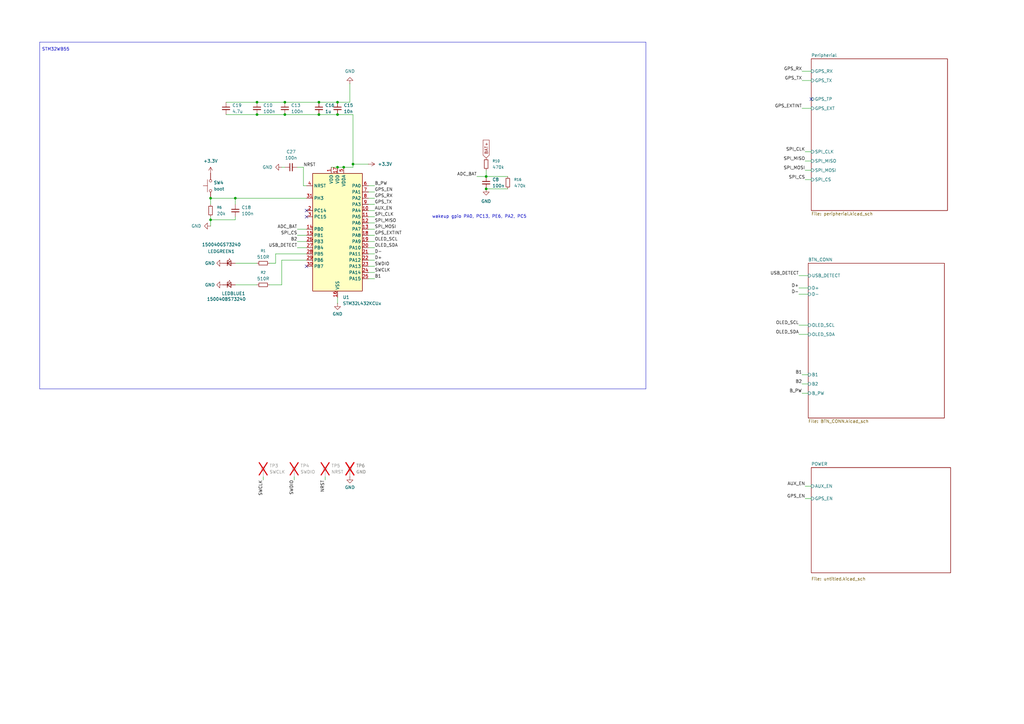
<source format=kicad_sch>
(kicad_sch (version 20250114) (generator "eeschema") (generator_version "9.0")
  (paper "A3")
  (lib_symbols
    (symbol "Connector:TestPoint" (pin_numbers (hide yes)) (pin_names (offset 0.762) (hide yes))
      (property "Reference" "TP" (at 0 6.858 0))
      (property "Value" "TestPoint" (at 0 5.08 0))
      (symbol "TestPoint_0_1"
        (circle (center 0 3.302) (radius 0.762))
      )
      (symbol "TestPoint_1_1"
        (pin passive line (at 0 0 90) (length 2.54) (name "1") (number "1"))
      )
    )
    (symbol "Device:C_Small" (pin_numbers (hide yes)) (pin_names (offset 0.254) (hide yes))
      (property "Reference" "C" (at 0.254 1.778 0))
      (property "Value" "C_Small" (at 0.254 -2.032 0))
      (symbol "C_Small_0_1"
        (polyline (pts (xy -1.524 0.508) (xy 1.524 0.508)) (stroke (width 0.3048)))
        (polyline (pts (xy -1.524 -0.508) (xy 1.524 -0.508)) (stroke (width 0.3302)))
      )
      (symbol "C_Small_1_1"
        (pin passive line (at 0 2.54 270) (length 2.032) (name "~") (number "1"))
        (pin passive line (at 0 -2.54 90) (length 2.032) (name "~") (number "2"))
      )
    )
    (symbol "Device:LED_Small" (pin_numbers (hide yes)) (pin_names (offset 0.254) (hide yes))
      (property "Reference" "D" (at -1.27 3.175 0))
      (property "Value" "LED_Small" (at -4.445 -2.54 0))
      (symbol "LED_Small_0_1"
        (polyline (pts (xy -0.762 -1.016) (xy -0.762 1.016)) (stroke (width 0.254)))
        (polyline (pts (xy 0 0.762) (xy -0.508 1.27) (xy -0.254 1.27) (xy -0.508 1.27) (xy -0.508 1.016)))
        (polyline (pts (xy 0.508 1.27) (xy 0 1.778) (xy 0.254 1.778) (xy 0 1.778) (xy 0 1.524)))
        (polyline (pts (xy 0.762 -1.016) (xy -0.762 0) (xy 0.762 1.016) (xy 0.762 -1.016)) (stroke (width 0.254)))
        (polyline (pts (xy 1.016 0) (xy -0.762 0)))
      )
      (symbol "LED_Small_1_1"
        (pin passive line (at -2.54 0 0) (length 1.778) (name "K") (number "1"))
        (pin passive line (at 2.54 0 180) (length 1.778) (name "A") (number "2"))
      )
    )
    (symbol "LED_Small_1" (pin_numbers (hide yes)) (pin_names (offset 0.254) (hide yes))
      (property "Reference" "D" (at -1.27 3.175 0))
      (property "Value" "LED_Small" (at -4.445 -2.54 0))
      (symbol "LED_Small_1_0_1"
        (polyline (pts (xy -0.762 -1.016) (xy -0.762 1.016)) (stroke (width 0.254)))
        (polyline (pts (xy 0 0.762) (xy -0.508 1.27) (xy -0.254 1.27) (xy -0.508 1.27) (xy -0.508 1.016)))
        (polyline (pts (xy 0.508 1.27) (xy 0 1.778) (xy 0.254 1.778) (xy 0 1.778) (xy 0 1.524)))
        (polyline (pts (xy 0.762 -1.016) (xy -0.762 0) (xy 0.762 1.016) (xy 0.762 -1.016)) (stroke (width 0.254)))
        (polyline (pts (xy 1.016 0) (xy -0.762 0)))
      )
      (symbol "LED_Small_1_1_1"
        (pin passive line (at -2.54 0 0) (length 1.778) (name "K") (number "1"))
        (pin passive line (at 2.54 0 180) (length 1.778) (name "A") (number "2"))
      )
    )
    (symbol "MCU_ST_STM32L4:STM32L432KCUx"
      (property "Reference" "U" (at -10.16 26.67 0))
      (property "Value" "STM32L432KCUx" (at 5.08 26.67 0))
      (symbol "STM32L432KCUx_0_1"
        (rectangle (start -10.16 -22.86) (end 10.16 25.4) (stroke (width 0.254)) (fill (type background)))
      )
      (symbol "STM32L432KCUx_1_1"
        (pin input line (at -12.7 20.32 0) (length 2.54) (name "NRST") (number "4"))
        (pin bidirectional line (at -12.7 15.24 0) (length 2.54) (name "PH3") (number "31"))
        (pin bidirectional line (at -12.7 10.16 0) (length 2.54) (name "PC14") (number "2"))
        (pin bidirectional line (at -12.7 7.62 0) (length 2.54) (name "PC15") (number "3"))
        (pin bidirectional line (at -12.7 2.54 0) (length 2.54) (name "PB0") (number "14"))
        (pin bidirectional line (at -12.7 0 0) (length 2.54) (name "PB1") (number "15"))
        (pin bidirectional line (at -12.7 -2.54 0) (length 2.54) (name "PB3") (number "26"))
        (pin bidirectional line (at -12.7 -5.08 0) (length 2.54) (name "PB4") (number "27"))
        (pin bidirectional line (at -12.7 -7.62 0) (length 2.54) (name "PB5") (number "28"))
        (pin bidirectional line (at -12.7 -10.16 0) (length 2.54) (name "PB6") (number "29"))
        (pin bidirectional line (at -12.7 -12.7 0) (length 2.54) (name "PB7") (number "30"))
        (pin power_in line (at -2.54 27.94 270) (length 2.54) (name "VDD") (number "1"))
        (pin power_in line (at 0 27.94 270) (length 2.54) (name "VDD") (number "17"))
        (pin power_in line (at 0 -25.4 90) (length 2.54) (name "VSS") (number "16"))
        (pin passive line (at 0 -25.4 90) (length 2.54) (hide yes) (name "VSS") (number "32"))
        (pin passive line (at 0 -25.4 90) (length 2.54) (hide yes) (name "VSS") (number "33"))
        (pin power_in line (at 2.54 27.94 270) (length 2.54) (name "VDDA") (number "5"))
        (pin bidirectional line (at 12.7 20.32 180) (length 2.54) (name "PA0") (number "6"))
        (pin bidirectional line (at 12.7 17.78 180) (length 2.54) (name "PA1") (number "7"))
        (pin bidirectional line (at 12.7 15.24 180) (length 2.54) (name "PA2") (number "8"))
        (pin bidirectional line (at 12.7 12.7 180) (length 2.54) (name "PA3") (number "9"))
        (pin bidirectional line (at 12.7 10.16 180) (length 2.54) (name "PA4") (number "10"))
        (pin bidirectional line (at 12.7 7.62 180) (length 2.54) (name "PA5") (number "11"))
        (pin bidirectional line (at 12.7 5.08 180) (length 2.54) (name "PA6") (number "12"))
        (pin bidirectional line (at 12.7 2.54 180) (length 2.54) (name "PA7") (number "13"))
        (pin bidirectional line (at 12.7 0 180) (length 2.54) (name "PA8") (number "18"))
        (pin bidirectional line (at 12.7 -2.54 180) (length 2.54) (name "PA9") (number "19"))
        (pin bidirectional line (at 12.7 -5.08 180) (length 2.54) (name "PA10") (number "20"))
        (pin bidirectional line (at 12.7 -7.62 180) (length 2.54) (name "PA11") (number "21"))
        (pin bidirectional line (at 12.7 -10.16 180) (length 2.54) (name "PA12") (number "22"))
        (pin bidirectional line (at 12.7 -12.7 180) (length 2.54) (name "PA13") (number "23"))
        (pin bidirectional line (at 12.7 -15.24 180) (length 2.54) (name "PA14") (number "24"))
        (pin bidirectional line (at 12.7 -17.78 180) (length 2.54) (name "PA15") (number "25"))
      )
    )
    (symbol "R_Small_1" (pin_numbers (hide yes)) (pin_names (offset 0.254) (hide yes))
      (property "Reference" "R" (at 0 0 90))
      (property "Value" "R_Small" (at 1.778 0 90))
      (symbol "R_Small_1_0_1"
        (rectangle (start -0.762 1.778) (end 0.762 -1.778) (stroke (width 0.2032)))
      )
      (symbol "R_Small_1_1_1"
        (pin passive line (at 0 2.54 270) (length 0.762) (name "~") (number "1"))
        (pin passive line (at 0 -2.54 90) (length 0.762) (name "~") (number "2"))
      )
    )
    (symbol "Switch:SW_Push" (pin_numbers (hide yes)) (pin_names (offset 1.016) (hide yes))
      (property "Reference" "SW" (at 1.27 2.54 0))
      (property "Value" "SW_Push" (at 0 -1.524 0))
      (symbol "SW_Push_0_1"
        (circle (center -2.032 0) (radius 0.508))
        (polyline (pts (xy 0 1.27) (xy 0 3.048)))
        (circle (center 2.032 0) (radius 0.508))
        (polyline (pts (xy 2.54 1.27) (xy -2.54 1.27)))
        (pin passive line (at -5.08 0 0) (length 2.54) (name "1") (number "1"))
        (pin passive line (at 5.08 0 180) (length 2.54) (name "2") (number "2"))
      )
    )
    (symbol "power:+3.3V" (power) (pin_numbers (hide yes)) (pin_names (offset 0) (hide yes))
      (property "Value" "+3.3V" (at 0 3.556 0))
      (symbol "+3.3V_0_1"
        (polyline (pts (xy -0.762 1.27) (xy 0 2.54)))
        (polyline (pts (xy 0 2.54) (xy 0.762 1.27)))
        (polyline (pts (xy 0 0) (xy 0 2.54)))
      )
      (symbol "+3.3V_1_1"
        (pin power_in line (at 0 0 90) (length 0) (name "~") (number "1"))
      )
    )
    (symbol "power:GND" (power) (pin_numbers (hide yes)) (pin_names (offset 0) (hide yes))
      (property "Value" "GND" (at 0 -3.81 0))
      (symbol "GND_0_1"
        (polyline (pts (xy 0 0) (xy 0 -1.27) (xy 1.27 -1.27) (xy 0 -2.54) (xy -1.27 -1.27) (xy 0 -1.27)))
      )
      (symbol "GND_1_1"
        (pin power_in line (at 0 0 270) (length 0) (name "~") (number "1"))
      )
    )
  )
  (rectangle (start 16.256 17.272) (end 264.922 159.512))
  (text "STM32WB55" (at 22.86 20.32 0) (effects (font (size 1.27 1.27))))
  (text "wakeup gpio PA0, PC13, PE6, PA2, PC5" (at 196.596 88.9 0) (effects (font (size 1.27 1.27))))
  (junction (at 116.84 46.99))
  (junction (at 86.36 90.17))
  (junction (at 86.36 81.28))
  (junction (at 199.39 72.39))
  (junction (at 138.43 68.58))
  (junction (at 105.41 41.91))
  (junction (at 138.43 41.91))
  (junction (at 199.39 77.47))
  (junction (at 140.97 68.58))
  (junction (at 144.78 67.31))
  (junction (at 130.81 46.99))
  (junction (at 116.84 41.91))
  (junction (at 105.41 46.99))
  (junction (at 96.52 81.28))
  (junction (at 130.81 41.91))
  (junction (at 138.43 46.99))
  (no_connect (at 332.74 40.64))
  (no_connect (at 125.73 109.22))
  (no_connect (at 125.73 88.9))
  (no_connect (at 125.73 86.36))
  (wire (pts (xy 328.93 44.45) (xy 332.74 44.45)))
  (wire (pts (xy 199.39 69.85) (xy 199.39 72.39)))
  (wire (pts (xy 153.67 101.6) (xy 151.13 101.6)))
  (wire (pts (xy 125.73 76.2) (xy 124.46 76.2)))
  (wire (pts (xy 130.81 41.91) (xy 138.43 41.91)))
  (wire (pts (xy 153.67 93.98) (xy 151.13 93.98)))
  (wire (pts (xy 330.2 69.85) (xy 332.74 69.85)))
  (wire (pts (xy 86.36 90.17) (xy 86.36 92.71)))
  (wire (pts (xy 327.66 120.65) (xy 331.47 120.65)))
  (wire (pts (xy 327.66 137.16) (xy 331.47 137.16)))
  (wire (pts (xy 144.78 46.99) (xy 144.78 67.31)))
  (wire (pts (xy 138.43 41.91) (xy 143.51 41.91)))
  (wire (pts (xy 153.67 81.28) (xy 151.13 81.28)))
  (wire (pts (xy 328.93 157.48) (xy 331.47 157.48)))
  (wire (pts (xy 125.73 106.68) (xy 115.57 106.68)))
  (wire (pts (xy 121.92 101.6) (xy 125.73 101.6)))
  (wire (pts (xy 328.93 29.21) (xy 332.74 29.21)))
  (wire (pts (xy 140.97 68.58) (xy 144.78 68.58)))
  (wire (pts (xy 153.67 96.52) (xy 151.13 96.52)))
  (wire (pts (xy 121.92 68.58) (xy 124.46 68.58)))
  (wire (pts (xy 121.92 99.06) (xy 125.73 99.06)))
  (wire (pts (xy 327.66 133.35) (xy 331.47 133.35)))
  (wire (pts (xy 96.52 81.28) (xy 96.52 83.82)))
  (wire (pts (xy 105.41 41.91) (xy 116.84 41.91)))
  (wire (pts (xy 96.52 88.9) (xy 96.52 90.17)))
  (wire (pts (xy 130.81 46.99) (xy 138.43 46.99)))
  (wire (pts (xy 96.52 90.17) (xy 86.36 90.17)))
  (wire (pts (xy 110.49 107.95) (xy 113.03 107.95)))
  (wire (pts (xy 153.67 111.76) (xy 151.13 111.76)))
  (wire (pts (xy 153.67 99.06) (xy 151.13 99.06)))
  (wire (pts (xy 115.57 106.68) (xy 115.57 116.84)))
  (wire (pts (xy 153.67 104.14) (xy 151.13 104.14)))
  (wire (pts (xy 115.57 68.58) (xy 116.84 68.58)))
  (wire (pts (xy 208.28 72.39) (xy 199.39 72.39)))
  (wire (pts (xy 86.36 88.9) (xy 86.36 90.17)))
  (wire (pts (xy 113.03 107.95) (xy 113.03 104.14)))
  (wire (pts (xy 153.67 114.3) (xy 151.13 114.3)))
  (wire (pts (xy 208.28 77.47) (xy 199.39 77.47)))
  (wire (pts (xy 138.43 124.46) (xy 138.43 121.92)))
  (wire (pts (xy 153.67 88.9) (xy 151.13 88.9)))
  (wire (pts (xy 124.46 68.58) (xy 124.46 76.2)))
  (wire (pts (xy 86.36 83.82) (xy 86.36 81.28)))
  (wire (pts (xy 144.78 67.31) (xy 144.78 68.58)))
  (wire (pts (xy 116.84 41.91) (xy 130.81 41.91)))
  (wire (pts (xy 153.67 76.2) (xy 151.13 76.2)))
  (wire (pts (xy 105.41 46.99) (xy 116.84 46.99)))
  (wire (pts (xy 105.41 107.95) (xy 96.52 107.95)))
  (wire (pts (xy 153.67 91.44) (xy 151.13 91.44)))
  (wire (pts (xy 330.2 204.47) (xy 332.74 204.47)))
  (wire (pts (xy 135.89 68.58) (xy 138.43 68.58)))
  (wire (pts (xy 328.93 153.67) (xy 331.47 153.67)))
  (wire (pts (xy 120.65 196.85) (xy 120.65 195.58)))
  (wire (pts (xy 86.36 81.28) (xy 96.52 81.28)))
  (wire (pts (xy 92.71 41.91) (xy 105.41 41.91)))
  (wire (pts (xy 327.66 113.03) (xy 331.47 113.03)))
  (wire (pts (xy 195.58 72.39) (xy 199.39 72.39)))
  (wire (pts (xy 116.84 46.99) (xy 130.81 46.99)))
  (wire (pts (xy 121.92 96.52) (xy 125.73 96.52)))
  (wire (pts (xy 330.2 62.23) (xy 332.74 62.23)))
  (wire (pts (xy 138.43 68.58) (xy 140.97 68.58)))
  (wire (pts (xy 113.03 104.14) (xy 125.73 104.14)))
  (wire (pts (xy 105.41 116.84) (xy 96.52 116.84)))
  (wire (pts (xy 153.67 78.74) (xy 151.13 78.74)))
  (wire (pts (xy 151.13 67.31) (xy 144.78 67.31)))
  (wire (pts (xy 330.2 66.04) (xy 332.74 66.04)))
  (wire (pts (xy 92.71 46.99) (xy 105.41 46.99)))
  (wire (pts (xy 153.67 83.82) (xy 151.13 83.82)))
  (wire (pts (xy 133.35 196.85) (xy 133.35 195.58)))
  (wire (pts (xy 107.95 196.85) (xy 107.95 195.58)))
  (wire (pts (xy 328.93 161.29) (xy 331.47 161.29)))
  (wire (pts (xy 153.67 109.22) (xy 151.13 109.22)))
  (wire (pts (xy 330.2 199.39) (xy 332.74 199.39)))
  (wire (pts (xy 153.67 86.36) (xy 151.13 86.36)))
  (wire (pts (xy 115.57 116.84) (xy 110.49 116.84)))
  (wire (pts (xy 96.52 81.28) (xy 125.73 81.28)))
  (wire (pts (xy 143.51 34.29) (xy 143.51 41.91)))
  (wire (pts (xy 330.2 73.66) (xy 332.74 73.66)))
  (wire (pts (xy 328.93 33.02) (xy 332.74 33.02)))
  (wire (pts (xy 138.43 46.99) (xy 144.78 46.99)))
  (wire (pts (xy 327.66 118.11) (xy 331.47 118.11)))
  (wire (pts (xy 121.92 93.98) (xy 125.73 93.98)))
  (wire (pts (xy 153.67 106.68) (xy 151.13 106.68)))
  (label "D-" (at 153.67 104.14 0))
  (label "SPI_MISO" (at 330.2 66.04 180))
  (label "B1" (at 153.67 114.3 0))
  (label "USB_DETECT" (at 327.66 113.03 180))
  (label "ADC_BAT" (at 121.92 93.98 180))
  (label "SPI_CLK" (at 153.67 88.9 0))
  (label "NRST" (at 124.46 68.58 0))
  (label "GPS_RX" (at 328.93 29.21 180))
  (label "B2" (at 121.92 99.06 180))
  (label "GPS_TX" (at 328.93 33.02 180))
  (label "SWCLK" (at 107.95 196.85 270))
  (label "GPS_EN" (at 330.2 204.47 180))
  (label "D+" (at 327.66 118.11 180))
  (label "B2" (at 328.93 157.48 180))
  (label "OLED_SCL" (at 153.67 99.06 0))
  (label "AUX_EN" (at 153.67 86.36 0))
  (label "OLED_SDA" (at 327.66 137.16 180))
  (label "SWCLK" (at 153.67 111.76 0))
  (label "AUX_EN" (at 330.2 199.39 180))
  (label "SPI_MOSI" (at 330.2 69.85 180))
  (label "USB_DETECT" (at 121.92 101.6 180))
  (label "GPS_EXTINT" (at 328.93 44.45 180))
  (label "GPS_EN" (at 153.67 78.74 0))
  (label "SPI_CS" (at 121.92 96.52 180))
  (label "D-" (at 327.66 120.65 180))
  (label "B1" (at 328.93 153.67 180))
  (label "OLED_SDA" (at 153.67 101.6 0))
  (label "SWDIO" (at 120.65 196.85 270))
  (label "SPI_CLK" (at 330.2 62.23 180))
  (label "B_PW" (at 153.67 76.2 0))
  (label "NRST" (at 133.35 196.85 270))
  (label "SPI_MOSI" (at 153.67 93.98 0))
  (label "GPS_EXTINT" (at 153.67 96.52 0))
  (label "GPS_RX" (at 153.67 81.28 0))
  (label "SWDIO" (at 153.67 109.22 0))
  (label "SPI_MISO" (at 153.67 91.44 0))
  (label "ADC_BAT" (at 195.58 72.39 180))
  (label "SPI_CS" (at 330.2 73.66 180))
  (label "D+" (at 153.67 106.68 0))
  (label "GPS_TX" (at 153.67 83.82 0))
  (label "B_PW" (at 328.93 161.29 180))
  (label "OLED_SCL" (at 327.66 133.35 180))
  (global_label "BAT+" (shape input) (at 199.39 64.77 90) (property "Intersheetrefs" "${INTERSHEET_REFS}" (effects (hide yes))))
  (symbol (lib_id "power:GND") (at 115.57 68.58 270) (unit 1)
    (property "Reference" "#PWR029" (effects (hide yes)))
    (property "Value" "GND" (at 111.76 68.5799 90) (effects (justify right)))
    (property "Description" "Power symbol creates a global label with name \"GND\" , ground" (effects (hide yes)))
  )
  (symbol (lib_id "power:GND") (at 91.44 116.84 270) (mirror x) (unit 1)
    (property "Reference" "#PWR047" (effects (hide yes)))
    (property "Value" "GND" (at 88.138 116.8399 90) (effects (justify right)))
    (property "Description" "Power symbol creates a global label with name \"GND\" , ground" (effects (hide yes)))
  )
  (symbol (lib_id "Device:C_Small") (at 116.84 44.45 0) (unit 1)
    (property "Reference" "C13" (at 119.38 43.1862 0) (effects (justify left)))
    (property "Value" "100n" (at 119.38 45.7262 0) (effects (justify left)))
    (property "Footprint" "Capacitor_SMD:C_0201_0603Metric_Pad0.64x0.40mm_HandSolder" (effects (hide yes)))
    (property "Description" "Unpolarized capacitor, small symbol" (effects (hide yes)))
  )
  (symbol (lib_id "power:GND") (at 138.43 124.46 0) (unit 1)
    (property "Reference" "#PWR038" (effects (hide yes)))
    (property "Value" "GND" (at 138.43 128.778 0))
    (property "Description" "Power symbol creates a global label with name \"GND\" , ground" (effects (hide yes)))
  )
  (symbol (lib_id "power:GND") (at 199.39 77.47 0) (unit 1)
    (property "Reference" "#PWR032" (effects (hide yes)))
    (property "Value" "GND" (at 199.39 82.55 0))
    (property "Description" "Power symbol creates a global label with name \"GND\" , ground" (effects (hide yes)))
  )
  (symbol (lib_id "Device:C_Small") (at 119.38 68.58 90) (unit 1)
    (property "Reference" "C27" (at 119.3863 62.23 90))
    (property "Value" "100n" (at 119.3863 64.77 90))
    (property "Footprint" "Capacitor_SMD:C_0201_0603Metric_Pad0.64x0.40mm_HandSolder" (effects (hide yes)))
    (property "Description" "Unpolarized capacitor, small symbol" (effects (hide yes)))
  )
  (symbol (lib_id "MCU_ST_STM32L4:STM32L432KCUx") (at 138.43 96.52 0) (unit 1)
    (property "Reference" "U1" (at 140.5733 121.92 0) (effects (justify left)))
    (property "Value" "STM32L432KCUx" (at 140.5733 124.46 0) (effects (justify left)))
    (property "Footprint" "Package_DFN_QFN:QFN-32-1EP_5x5mm_P0.5mm_EP3.45x3.45mm" (effects (hide yes)))
    (property "Datasheet" "https://www.st.com/resource/en/datasheet/stm32l432kc.pdf" (effects (hide yes)))
    (property "Description" "STMicroelectronics Arm Cortex-M4 MCU, 256KB flash, 64KB RAM, 80 MHz, 1.71-3.6V, 26 GPIO, UFQFPN32" (effects (hide yes)))
    (property "Mouser Part Number" "511-STM32L432KCU6" (effects (hide yes)))
    (property "Mouser Price/Stock" "https://www.mouser.fr/ProductDetail/STMicroelectronics/STM32L432KCU6?qs=dTJS0cRn7oiybcTRwI97Tw%3D%3D" (effects (hide yes)))
  )
  (symbol (lib_name "R_Small_1") (lib_id "Device:R_Small") (at 208.28 74.93 180) (unit 1)
    (property "Reference" "R16" (at 210.82 73.6599 0) (effects (font (size 1.016 1.016)) (justify right)))
    (property "Value" "470k" (at 210.82 76.1999 0) (effects (justify right)))
    (property "Footprint" "Resistor_SMD:R_0201_0603Metric_Pad0.64x0.40mm_HandSolder" (effects (hide yes)))
    (property "Description" "Resistor, small symbol" (effects (hide yes)))
    (property "Mouser Part Number" "603-AC0201FR-07470KL" (effects (hide yes)))
    (property "Mouser Price/Stock" "https://www.mouser.fr/ProductDetail/YAGEO/AC0201FR-07470KL?qs=NgbZBzc1CyH0J6cte9SzFw%3D%3D" (effects (hide yes)))
  )
  (symbol (lib_name "R_Small_1") (lib_id "Device:R_Small") (at 107.95 116.84 270) (mirror x) (unit 1)
    (property "Reference" "R2" (at 107.95 111.76 90) (effects (font (size 1.016 1.016))))
    (property "Value" "510R" (at 107.95 114.3 90))
    (property "Footprint" "Resistor_SMD:R_0201_0603Metric_Pad0.64x0.40mm_HandSolder" (effects (hide yes)))
    (property "Description" "Resistor, small symbol" (effects (hide yes)))
    (property "Mouser Part Number" "603-RC0201JR-07510RL" (effects (hide yes)))
    (property "Mouser Price/Stock" "https://www.mouser.fr/ProductDetail/YAGEO/RC0201JR-07510RL?qs=Q4gDqC5t5%2FDAdrMT21SmCw%3D%3D" (effects (hide yes)))
  )
  (symbol (lib_id "Device:C_Small") (at 130.81 44.45 0) (unit 1)
    (property "Reference" "C16" (at 133.35 43.1862 0) (effects (justify left)))
    (property "Value" "1u" (at 133.35 45.7262 0) (effects (justify left)))
    (property "Footprint" "Capacitor_SMD:C_0402_1005Metric" (effects (hide yes)))
    (property "Description" "Unpolarized capacitor, small symbol" (effects (hide yes)))
  )
  (symbol (lib_name "R_Small_1") (lib_id "Device:R_Small") (at 199.39 67.31 0) (unit 1)
    (property "Reference" "R10" (at 201.93 66.0399 0) (effects (font (size 1.016 1.016)) (justify left)))
    (property "Value" "470k" (at 201.93 68.5799 0) (effects (justify left)))
    (property "Footprint" "Resistor_SMD:R_0201_0603Metric_Pad0.64x0.40mm_HandSolder" (effects (hide yes)))
    (property "Description" "Resistor, small symbol" (effects (hide yes)))
    (property "Mouser Part Number" "603-AC0201FR-07470KL" (effects (hide yes)))
    (property "Mouser Price/Stock" "https://www.mouser.fr/ProductDetail/YAGEO/AC0201FR-07470KL?qs=NgbZBzc1CyH0J6cte9SzFw%3D%3D" (effects (hide yes)))
  )
  (symbol (lib_name "R_Small_1") (lib_id "Device:R_Small") (at 107.95 107.95 270) (mirror x) (unit 1)
    (property "Reference" "R1" (at 107.95 102.87 90) (effects (font (size 1.016 1.016))))
    (property "Value" "510R" (at 107.95 105.41 90))
    (property "Footprint" "Resistor_SMD:R_0201_0603Metric_Pad0.64x0.40mm_HandSolder" (effects (hide yes)))
    (property "Description" "Resistor, small symbol" (effects (hide yes)))
    (property "Mouser Part Number" "603-RC0201JR-07510RL" (effects (hide yes)))
    (property "Mouser Price/Stock" "https://www.mouser.fr/ProductDetail/YAGEO/RC0201JR-07510RL?qs=Q4gDqC5t5%2FDAdrMT21SmCw%3D%3D" (effects (hide yes)))
  )
  (symbol (lib_id "Connector:TestPoint") (at 143.51 195.58 0) (unit 1) (dnp yes)
    (property "Reference" "TP6" (at 146.05 191.0079 0) (effects (justify left)))
    (property "Value" "GND" (at 146.05 193.5479 0) (effects (justify left)))
    (property "Footprint" "samacsys:pad_0.7mm" (effects (hide yes)))
    (property "Description" "test point" (effects (hide yes)))
  )
  (symbol (lib_id "Device:C_Small") (at 199.39 74.93 0) (unit 1)
    (property "Reference" "C8" (at 201.93 73.6662 0) (effects (justify left)))
    (property "Value" "100n" (at 201.93 76.2062 0) (effects (justify left)))
    (property "Footprint" "Capacitor_SMD:C_0201_0603Metric_Pad0.64x0.40mm_HandSolder" (effects (hide yes)))
    (property "Description" "Unpolarized capacitor, small symbol" (effects (hide yes)))
  )
  (symbol (lib_id "Device:C_Small") (at 105.41 44.45 0) (unit 1)
    (property "Reference" "C10" (at 107.95 43.1862 0) (effects (justify left)))
    (property "Value" "100n" (at 107.95 45.7262 0) (effects (justify left)))
    (property "Footprint" "Capacitor_SMD:C_0201_0603Metric_Pad0.64x0.40mm_HandSolder" (effects (hide yes)))
    (property "Description" "Unpolarized capacitor, small symbol" (effects (hide yes)))
  )
  (symbol (lib_id "power:GND") (at 143.51 34.29 180) (unit 1)
    (property "Reference" "#PWR027" (effects (hide yes)))
    (property "Value" "GND" (at 143.51 29.21 0))
    (property "Description" "Power symbol creates a global label with name \"GND\" , ground" (effects (hide yes)))
  )
  (symbol (lib_id "power:+3.3V") (at 86.36 71.12 0) (unit 1)
    (property "Reference" "#PWR031" (effects (hide yes)))
    (property "Value" "+3.3V" (at 86.36 66.04 0))
    (property "Description" "Power symbol creates a global label with name \"+3.3V\"" (effects (hide yes)))
  )
  (symbol (lib_id "power:GND") (at 143.51 195.58 0) (unit 1)
    (property "Reference" "#PWR035" (effects (hide yes)))
    (property "Value" "GND" (at 143.51 199.898 0))
    (property "Description" "Power symbol creates a global label with name \"GND\" , ground" (effects (hide yes)))
  )
  (symbol (lib_id "Connector:TestPoint") (at 133.35 195.58 0) (unit 1) (dnp yes)
    (property "Reference" "TP5" (at 135.89 191.0079 0) (effects (justify left)))
    (property "Value" "NRST" (at 135.89 193.5479 0) (effects (justify left)))
    (property "Footprint" "samacsys:pad_0.7mm" (effects (hide yes)))
    (property "Description" "test point" (effects (hide yes)))
  )
  (symbol (lib_id "Connector:TestPoint") (at 120.65 195.58 0) (unit 1) (dnp yes)
    (property "Reference" "TP4" (at 123.19 191.0079 0) (effects (justify left)))
    (property "Value" "SWDIO" (at 123.19 193.5479 0) (effects (justify left)))
    (property "Footprint" "samacsys:pad_0.7mm" (effects (hide yes)))
    (property "Description" "test point" (effects (hide yes)))
  )
  (symbol (lib_id "power:GND") (at 86.36 92.71 270) (unit 1)
    (property "Reference" "#PWR030" (effects (hide yes)))
    (property "Value" "GND" (at 82.55 92.7099 90) (effects (justify right)))
    (property "Description" "Power symbol creates a global label with name \"GND\" , ground" (effects (hide yes)))
  )
  (symbol (lib_name "R_Small_1") (lib_id "Device:R_Small") (at 86.36 86.36 0) (unit 1)
    (property "Reference" "R6" (at 88.9 85.0899 0) (effects (font (size 1.016 1.016)) (justify left)))
    (property "Value" "20k" (at 88.9 87.6299 0) (effects (justify left)))
    (property "Footprint" "Resistor_SMD:R_0201_0603Metric_Pad0.64x0.40mm_HandSolder" (effects (hide yes)))
    (property "Description" "Resistor, small symbol" (effects (hide yes)))
    (property "Mouser Part Number" "603-AC0201FR-0720KL" (effects (hide yes)))
    (property "Mouser Price/Stock" "https://www.mouser.fr/ProductDetail/YAGEO/AC0201FR-0720KL?qs=NgbZBzc1CyEbaKDOC3%252BFfg%3D%3D" (effects (hide yes)))
  )
  (symbol (lib_id "Device:C_Small") (at 138.43 44.45 0) (unit 1)
    (property "Reference" "C15" (at 140.97 43.1862 0) (effects (justify left)))
    (property "Value" "10n" (at 140.97 45.7262 0) (effects (justify left)))
    (property "Footprint" "Capacitor_SMD:C_0201_0603Metric_Pad0.64x0.40mm_HandSolder" (effects (hide yes)))
    (property "Description" "Unpolarized capacitor, small symbol" (effects (hide yes)))
  )
  (symbol (lib_name "LED_Small_1") (lib_id "Device:LED_Small") (at 93.98 107.95 0) (unit 1)
    (property "Reference" "LEDGREEN1" (at 96.266 103.124 0) (effects (justify right)))
    (property "Value" "150040GS73240" (at 98.806 100.33 0) (effects (justify right)))
    (property "Footprint" "LED_SMD:LED_0402_1005Metric" (effects (hide yes)))
    (property "Description" "Light emitting diode, small symbol" (effects (hide yes)))
    (property "Sim.Pin" "1=K 2=A" (effects (hide yes)))
    (property "Manufacturer_Name" "Wurth Elektronik" (effects (hide yes)))
    (property "Manufacturer_Part_Number" "150040GS73240" (effects (hide yes)))
    (property "Mouser Part Number" "710-150040GS73240" (effects (hide yes)))
    (property "Mouser Price/Stock" "https://www.mouser.fr/ProductDetail/Wurth-Elektronik/150040GS73240?qs=fAHHVMwC%252Bbgmx0FZHKuCJg%3D%3D" (effects (hide yes)))
  )
  (symbol (lib_id "Switch:SW_Push") (at 86.36 76.2 90) (unit 1)
    (property "Reference" "SW4" (at 87.63 74.9299 90) (effects (justify right)))
    (property "Value" "boot" (at 87.63 77.4699 90) (effects (justify right)))
    (property "Footprint" "samacsys:KXT341LHS" (effects (hide yes)))
    (property "Description" "Push button switch, generic, two pins" (effects (hide yes)))
    (property "Mouser Part Number" "611-KXT341LHS" (effects (hide yes)))
    (property "Mouser Price/Stock" "https://www.mouser.fr/ProductDetail/CK/KXT-341-LHS?qs=W%2FMpXkg%252BdQ4NFpiYOsuiiw%3D%3D" (effects (hide yes)))
  )
  (symbol (lib_id "Device:C_Small") (at 92.71 44.45 0) (unit 1)
    (property "Reference" "C19" (at 95.25 43.1862 0) (effects (justify left)))
    (property "Value" "4.7u" (at 95.25 45.7262 0) (effects (justify left)))
    (property "Footprint" "Capacitor_SMD:C_0402_1005Metric" (effects (hide yes)))
    (property "Description" "Unpolarized capacitor, small symbol" (effects (hide yes)))
  )
  (symbol (lib_id "Connector:TestPoint") (at 107.95 195.58 0) (unit 1) (dnp yes)
    (property "Reference" "TP3" (at 110.49 191.0079 0) (effects (justify left)))
    (property "Value" "SWCLK" (at 110.49 193.5479 0) (effects (justify left)))
    (property "Footprint" "samacsys:pad_0.7mm" (effects (hide yes)))
    (property "Description" "test point" (effects (hide yes)))
  )
  (symbol (lib_id "Device:LED_Small") (at 93.98 116.84 0) (unit 1)
    (property "Reference" "LEDBLUE1" (at 100.584 120.396 0) (effects (justify right)))
    (property "Value" "150040BS73240" (at 100.838 122.682 0) (effects (justify right)))
    (property "Footprint" "LED_SMD:LED_0402_1005Metric" (effects (hide yes)))
    (property "Description" "Light emitting diode, small symbol" (effects (hide yes)))
    (property "Sim.Pin" "1=K 2=A" (effects (hide yes)))
    (property "Manufacturer_Name" "Wurth Elektronik" (effects (hide yes)))
    (property "Manufacturer_Part_Number" "150040BS73240" (effects (hide yes)))
    (property "Mouser Part Number" "710-150040BS73240" (effects (hide yes)))
    (property "Mouser Price/Stock" "https://www.mouser.fr/ProductDetail/Wurth-Elektronik/150040BS73240?qs=fAHHVMwC%252BbhvR%252BdBIVVrgw%3D%3D" (effects (hide yes)))
  )
  (symbol (lib_id "power:GND") (at 91.44 107.95 270) (mirror x) (unit 1)
    (property "Reference" "#PWR08" (effects (hide yes)))
    (property "Value" "GND" (at 88.138 107.9499 90) (effects (justify right)))
    (property "Description" "Power symbol creates a global label with name \"GND\" , ground" (effects (hide yes)))
  )
  (symbol (lib_id "Device:C_Small") (at 96.52 86.36 0) (unit 1)
    (property "Reference" "C18" (at 99.06 85.0962 0) (effects (justify left)))
    (property "Value" "100n" (at 99.06 87.6362 0) (effects (justify left)))
    (property "Footprint" "Capacitor_SMD:C_0201_0603Metric_Pad0.64x0.40mm_HandSolder" (effects (hide yes)))
    (property "Description" "Unpolarized capacitor, small symbol" (effects (hide yes)))
  )
  (symbol (lib_id "power:+3.3V") (at 151.13 67.31 270) (unit 1)
    (property "Reference" "#PWR028" (effects (hide yes)))
    (property "Value" "+3.3V" (at 154.94 67.3099 90) (effects (justify left)))
    (property "Description" "Power symbol creates a global label with name \"+3.3V\"" (effects (hide yes)))
  )
  (sheet (at 331.47 107.95) (size 55.88 63.5) (stroke (width 0.1524))
    (property "Sheetname" "BTN_CONN" (at 331.47 107.2384 0) (effects (justify left bottom)))
    (property "Sheetfile" "BTN_CONN.kicad_sch" (at 331.47 172.0346 0) (effects (justify left top)))
    (pin "B1" input (at 331.47 153.67 180))
    (pin "B2" input (at 331.47 157.48 180))
    (pin "B_PW" input (at 331.47 161.29 180))
    (pin "D+" input (at 331.47 118.11 180))
    (pin "D-" input (at 331.47 120.65 180))
    (pin "OLED_SCL" input (at 331.47 133.35 180))
    (pin "OLED_SDA" input (at 331.47 137.16 180))
    (pin "USB_DETECT" input (at 331.47 113.03 180))
  )
  (sheet (at 332.74 191.77) (size 57.15 43.18) (stroke (width 0.1524))
    (property "Sheetname" "POWER" (at 332.74 191.0584 0) (effects (justify left bottom)))
    (property "Sheetfile" "untitled.kicad_sch" (at 332.74 236.6776 0) (effects (justify left top)))
    (pin "AUX_EN" input (at 332.74 199.39 180))
    (pin "GPS_EN" input (at 332.74 204.47 180))
  )
  (sheet (at 332.74 24.13) (size 55.88 62.23) (stroke (width 0.1524))
    (property "Sheetname" "Peripherial" (at 332.74 23.4184 0) (effects (justify left bottom)))
    (property "Sheetfile" "peripherial.kicad_sch" (at 332.74 86.9446 0) (effects (justify left top)))
    (pin "GPS_EXT" input (at 332.74 44.45 180))
    (pin "GPS_RX" input (at 332.74 29.21 180))
    (pin "GPS_TP" input (at 332.74 40.64 180))
    (pin "GPS_TX" input (at 332.74 33.02 180))
    (pin "SPI_CLK" input (at 332.74 62.23 180))
    (pin "SPI_CS" input (at 332.74 73.66 180))
    (pin "SPI_MISO" input (at 332.74 66.04 180))
    (pin "SPI_MOSI" input (at 332.74 69.85 180))
  )
)
</source>
